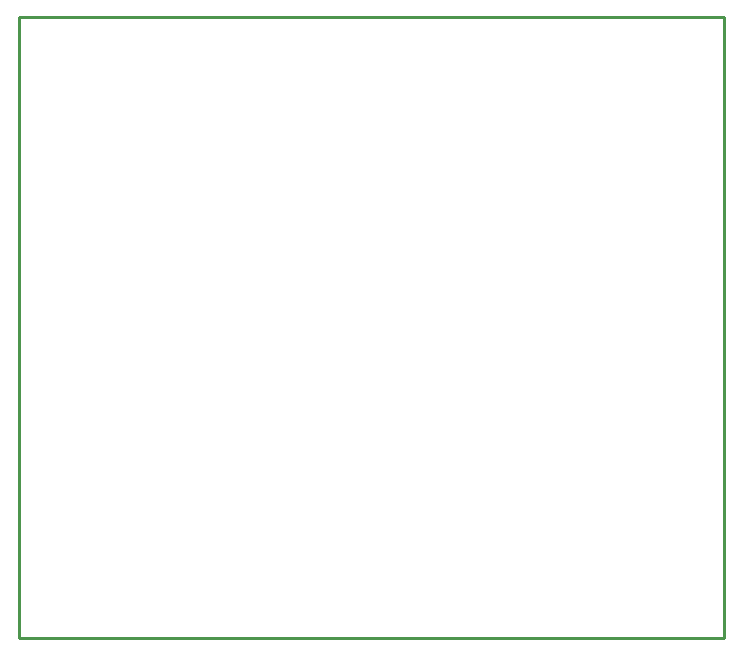
<source format=gbr>
G04 EAGLE Gerber RS-274X export*
G75*
%MOMM*%
%FSLAX34Y34*%
%LPD*%
%IN*%
%IPPOS*%
%AMOC8*
5,1,8,0,0,1.08239X$1,22.5*%
G01*
%ADD10C,0.254000*%


D10*
X0Y0D02*
X596800Y0D01*
X596800Y525400D01*
X0Y525400D01*
X0Y0D01*
M02*

</source>
